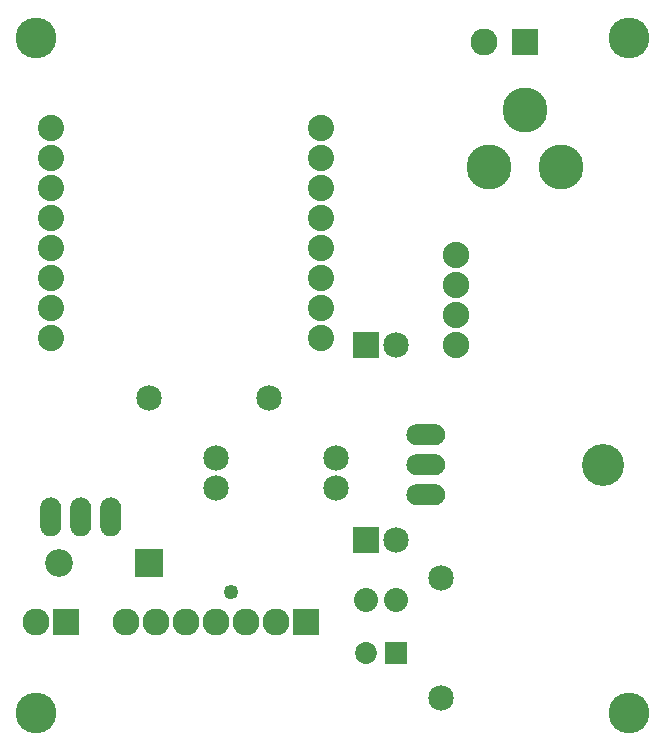
<source format=gts>
G04 MADE WITH FRITZING*
G04 WWW.FRITZING.ORG*
G04 DOUBLE SIDED*
G04 HOLES PLATED*
G04 CONTOUR ON CENTER OF CONTOUR VECTOR*
%ASAXBY*%
%FSLAX23Y23*%
%MOIN*%
%OFA0B0*%
%SFA1.0B1.0*%
%ADD10C,0.087778*%
%ADD11C,0.085000*%
%ADD12C,0.090000*%
%ADD13C,0.150000*%
%ADD14C,0.070000*%
%ADD15C,0.140000*%
%ADD16C,0.072992*%
%ADD17C,0.080000*%
%ADD18C,0.092000*%
%ADD19C,0.049370*%
%ADD20C,0.088000*%
%ADD21C,0.135984*%
%ADD22R,0.090000X0.090000*%
%ADD23R,0.085000X0.085000*%
%ADD24R,0.072992X0.072992*%
%ADD25R,0.092000X0.092000*%
%ADD26R,0.001000X0.001000*%
%LNMASK1*%
G90*
G70*
G54D10*
X150Y2051D03*
X150Y1951D03*
X150Y1851D03*
X150Y1751D03*
X150Y1651D03*
X150Y1551D03*
X150Y1451D03*
X150Y1351D03*
X1050Y1351D03*
X1050Y1451D03*
X1050Y1551D03*
X1050Y1651D03*
X1050Y1751D03*
X1050Y1851D03*
X1050Y1951D03*
X1050Y2051D03*
G54D11*
X1100Y951D03*
X700Y951D03*
X1100Y851D03*
X700Y851D03*
G54D12*
X999Y402D03*
X899Y402D03*
X799Y402D03*
X699Y402D03*
X599Y402D03*
X499Y402D03*
X399Y402D03*
G54D13*
X1610Y1921D03*
X1850Y1921D03*
X1730Y2111D03*
G54D14*
X1400Y1026D03*
X1400Y926D03*
X1400Y826D03*
G54D15*
X1990Y926D03*
G54D14*
X1400Y1026D03*
X1400Y926D03*
X1400Y826D03*
G54D15*
X1990Y926D03*
G54D11*
X1200Y1326D03*
X1300Y1326D03*
X1200Y676D03*
X1300Y676D03*
X1450Y551D03*
X1450Y151D03*
G54D16*
X1298Y301D03*
X1200Y301D03*
G54D17*
X1200Y476D03*
X1300Y476D03*
G54D14*
X149Y752D03*
X249Y752D03*
X349Y752D03*
X149Y752D03*
X249Y752D03*
X349Y752D03*
G54D11*
X475Y1151D03*
X875Y1151D03*
G54D18*
X475Y601D03*
X177Y601D03*
G54D19*
X749Y502D03*
G54D12*
X199Y402D03*
X99Y402D03*
G54D20*
X1500Y1326D03*
X1500Y1426D03*
X1500Y1526D03*
X1500Y1626D03*
G54D12*
X1730Y2336D03*
X1592Y2336D03*
G54D21*
X2075Y2351D03*
X2075Y101D03*
X100Y2351D03*
X100Y101D03*
G54D22*
X999Y402D03*
G54D23*
X1200Y1326D03*
X1200Y676D03*
G54D24*
X1298Y301D03*
G54D25*
X476Y601D03*
G54D22*
X199Y402D03*
X1730Y2336D03*
G54D26*
X1364Y1062D02*
X1434Y1062D01*
X1359Y1061D02*
X1438Y1061D01*
X1357Y1060D02*
X1441Y1060D01*
X1354Y1059D02*
X1443Y1059D01*
X1352Y1058D02*
X1445Y1058D01*
X1351Y1057D02*
X1447Y1057D01*
X1349Y1056D02*
X1448Y1056D01*
X1348Y1055D02*
X1450Y1055D01*
X1346Y1054D02*
X1451Y1054D01*
X1345Y1053D02*
X1452Y1053D01*
X1344Y1052D02*
X1453Y1052D01*
X1343Y1051D02*
X1454Y1051D01*
X1342Y1050D02*
X1455Y1050D01*
X1342Y1049D02*
X1456Y1049D01*
X1341Y1048D02*
X1456Y1048D01*
X1340Y1047D02*
X1457Y1047D01*
X1340Y1046D02*
X1458Y1046D01*
X1339Y1045D02*
X1458Y1045D01*
X1338Y1044D02*
X1459Y1044D01*
X1338Y1043D02*
X1459Y1043D01*
X1337Y1042D02*
X1394Y1042D01*
X1403Y1042D02*
X1460Y1042D01*
X1337Y1041D02*
X1392Y1041D01*
X1406Y1041D02*
X1460Y1041D01*
X1337Y1040D02*
X1390Y1040D01*
X1407Y1040D02*
X1461Y1040D01*
X1336Y1039D02*
X1389Y1039D01*
X1409Y1039D02*
X1461Y1039D01*
X1336Y1038D02*
X1388Y1038D01*
X1410Y1038D02*
X1461Y1038D01*
X1336Y1037D02*
X1387Y1037D01*
X1411Y1037D02*
X1462Y1037D01*
X1335Y1036D02*
X1386Y1036D01*
X1412Y1036D02*
X1462Y1036D01*
X1335Y1035D02*
X1385Y1035D01*
X1412Y1035D02*
X1462Y1035D01*
X1335Y1034D02*
X1385Y1034D01*
X1413Y1034D02*
X1462Y1034D01*
X1335Y1033D02*
X1384Y1033D01*
X1413Y1033D02*
X1463Y1033D01*
X1335Y1032D02*
X1384Y1032D01*
X1413Y1032D02*
X1463Y1032D01*
X1334Y1031D02*
X1384Y1031D01*
X1414Y1031D02*
X1463Y1031D01*
X1334Y1030D02*
X1383Y1030D01*
X1414Y1030D02*
X1463Y1030D01*
X1334Y1029D02*
X1383Y1029D01*
X1414Y1029D02*
X1463Y1029D01*
X1334Y1028D02*
X1383Y1028D01*
X1414Y1028D02*
X1463Y1028D01*
X1334Y1027D02*
X1383Y1027D01*
X1414Y1027D02*
X1463Y1027D01*
X1334Y1026D02*
X1383Y1026D01*
X1414Y1026D02*
X1463Y1026D01*
X1334Y1025D02*
X1383Y1025D01*
X1414Y1025D02*
X1463Y1025D01*
X1334Y1024D02*
X1384Y1024D01*
X1414Y1024D02*
X1463Y1024D01*
X1335Y1023D02*
X1384Y1023D01*
X1413Y1023D02*
X1463Y1023D01*
X1335Y1022D02*
X1384Y1022D01*
X1413Y1022D02*
X1463Y1022D01*
X1335Y1021D02*
X1385Y1021D01*
X1413Y1021D02*
X1462Y1021D01*
X1335Y1020D02*
X1385Y1020D01*
X1412Y1020D02*
X1462Y1020D01*
X1335Y1019D02*
X1386Y1019D01*
X1412Y1019D02*
X1462Y1019D01*
X1336Y1018D02*
X1387Y1018D01*
X1411Y1018D02*
X1462Y1018D01*
X1336Y1017D02*
X1388Y1017D01*
X1410Y1017D02*
X1461Y1017D01*
X1336Y1016D02*
X1389Y1016D01*
X1409Y1016D02*
X1461Y1016D01*
X1337Y1015D02*
X1390Y1015D01*
X1408Y1015D02*
X1461Y1015D01*
X1337Y1014D02*
X1392Y1014D01*
X1406Y1014D02*
X1460Y1014D01*
X1337Y1013D02*
X1394Y1013D01*
X1403Y1013D02*
X1460Y1013D01*
X1338Y1012D02*
X1459Y1012D01*
X1338Y1011D02*
X1459Y1011D01*
X1339Y1010D02*
X1458Y1010D01*
X1340Y1009D02*
X1458Y1009D01*
X1340Y1008D02*
X1457Y1008D01*
X1341Y1007D02*
X1456Y1007D01*
X1342Y1006D02*
X1456Y1006D01*
X1342Y1005D02*
X1455Y1005D01*
X1343Y1004D02*
X1454Y1004D01*
X1344Y1003D02*
X1453Y1003D01*
X1345Y1002D02*
X1452Y1002D01*
X1346Y1001D02*
X1451Y1001D01*
X1348Y1000D02*
X1450Y1000D01*
X1349Y999D02*
X1448Y999D01*
X1351Y998D02*
X1447Y998D01*
X1352Y997D02*
X1445Y997D01*
X1354Y996D02*
X1443Y996D01*
X1357Y995D02*
X1441Y995D01*
X1359Y994D02*
X1438Y994D01*
X1364Y993D02*
X1434Y993D01*
X1364Y962D02*
X1434Y962D01*
X1359Y961D02*
X1438Y961D01*
X1356Y960D02*
X1441Y960D01*
X1354Y959D02*
X1443Y959D01*
X1352Y958D02*
X1445Y958D01*
X1351Y957D02*
X1447Y957D01*
X1349Y956D02*
X1448Y956D01*
X1348Y955D02*
X1450Y955D01*
X1346Y954D02*
X1451Y954D01*
X1345Y953D02*
X1452Y953D01*
X1344Y952D02*
X1453Y952D01*
X1343Y951D02*
X1454Y951D01*
X1342Y950D02*
X1455Y950D01*
X1342Y949D02*
X1456Y949D01*
X1341Y948D02*
X1456Y948D01*
X1340Y947D02*
X1457Y947D01*
X1340Y946D02*
X1458Y946D01*
X1339Y945D02*
X1458Y945D01*
X1338Y944D02*
X1459Y944D01*
X1338Y943D02*
X1459Y943D01*
X1337Y942D02*
X1394Y942D01*
X1403Y942D02*
X1460Y942D01*
X1337Y941D02*
X1392Y941D01*
X1406Y941D02*
X1460Y941D01*
X1337Y940D02*
X1390Y940D01*
X1408Y940D02*
X1461Y940D01*
X1336Y939D02*
X1389Y939D01*
X1409Y939D02*
X1461Y939D01*
X1336Y938D02*
X1387Y938D01*
X1410Y938D02*
X1461Y938D01*
X1336Y937D02*
X1387Y937D01*
X1411Y937D02*
X1462Y937D01*
X1335Y936D02*
X1386Y936D01*
X1412Y936D02*
X1462Y936D01*
X1335Y935D02*
X1385Y935D01*
X1412Y935D02*
X1462Y935D01*
X1335Y934D02*
X1385Y934D01*
X1413Y934D02*
X1462Y934D01*
X1335Y933D02*
X1384Y933D01*
X1413Y933D02*
X1463Y933D01*
X1335Y932D02*
X1384Y932D01*
X1414Y932D02*
X1463Y932D01*
X1334Y931D02*
X1384Y931D01*
X1414Y931D02*
X1463Y931D01*
X1334Y930D02*
X1383Y930D01*
X1414Y930D02*
X1463Y930D01*
X1334Y929D02*
X1383Y929D01*
X1414Y929D02*
X1463Y929D01*
X1334Y928D02*
X1383Y928D01*
X1414Y928D02*
X1463Y928D01*
X1334Y927D02*
X1383Y927D01*
X1414Y927D02*
X1463Y927D01*
X1334Y926D02*
X1383Y926D01*
X1414Y926D02*
X1463Y926D01*
X1334Y925D02*
X1383Y925D01*
X1414Y925D02*
X1463Y925D01*
X1334Y924D02*
X1384Y924D01*
X1414Y924D02*
X1463Y924D01*
X1335Y923D02*
X1384Y923D01*
X1413Y923D02*
X1463Y923D01*
X1335Y922D02*
X1384Y922D01*
X1413Y922D02*
X1463Y922D01*
X1335Y921D02*
X1385Y921D01*
X1413Y921D02*
X1462Y921D01*
X1335Y920D02*
X1385Y920D01*
X1412Y920D02*
X1462Y920D01*
X1335Y919D02*
X1386Y919D01*
X1412Y919D02*
X1462Y919D01*
X1336Y918D02*
X1387Y918D01*
X1411Y918D02*
X1462Y918D01*
X1336Y917D02*
X1388Y917D01*
X1410Y917D02*
X1461Y917D01*
X1336Y916D02*
X1389Y916D01*
X1409Y916D02*
X1461Y916D01*
X1337Y915D02*
X1390Y915D01*
X1407Y915D02*
X1461Y915D01*
X1337Y914D02*
X1392Y914D01*
X1406Y914D02*
X1460Y914D01*
X1337Y913D02*
X1394Y913D01*
X1403Y913D02*
X1460Y913D01*
X1338Y912D02*
X1459Y912D01*
X1338Y911D02*
X1459Y911D01*
X1339Y910D02*
X1458Y910D01*
X1340Y909D02*
X1458Y909D01*
X1340Y908D02*
X1457Y908D01*
X1341Y907D02*
X1456Y907D01*
X1342Y906D02*
X1456Y906D01*
X1342Y905D02*
X1455Y905D01*
X1343Y904D02*
X1454Y904D01*
X1344Y903D02*
X1453Y903D01*
X1345Y902D02*
X1452Y902D01*
X1346Y901D02*
X1451Y901D01*
X1348Y900D02*
X1450Y900D01*
X1349Y899D02*
X1448Y899D01*
X1351Y898D02*
X1447Y898D01*
X1352Y897D02*
X1445Y897D01*
X1354Y896D02*
X1443Y896D01*
X1357Y895D02*
X1441Y895D01*
X1360Y894D02*
X1438Y894D01*
X1364Y893D02*
X1433Y893D01*
X1363Y862D02*
X1434Y862D01*
X1359Y861D02*
X1438Y861D01*
X1356Y860D02*
X1441Y860D01*
X1354Y859D02*
X1443Y859D01*
X1352Y858D02*
X1445Y858D01*
X1350Y857D02*
X1447Y857D01*
X1349Y856D02*
X1448Y856D01*
X1348Y855D02*
X1450Y855D01*
X1346Y854D02*
X1451Y854D01*
X1345Y853D02*
X1452Y853D01*
X1344Y852D02*
X1453Y852D01*
X1343Y851D02*
X1454Y851D01*
X1342Y850D02*
X1455Y850D01*
X1342Y849D02*
X1456Y849D01*
X1341Y848D02*
X1456Y848D01*
X1340Y847D02*
X1457Y847D01*
X1340Y846D02*
X1458Y846D01*
X1339Y845D02*
X1458Y845D01*
X1338Y844D02*
X1459Y844D01*
X1338Y843D02*
X1459Y843D01*
X1337Y842D02*
X1394Y842D01*
X1403Y842D02*
X1460Y842D01*
X1337Y841D02*
X1391Y841D01*
X1406Y841D02*
X1460Y841D01*
X1337Y840D02*
X1390Y840D01*
X1408Y840D02*
X1461Y840D01*
X1336Y839D02*
X1389Y839D01*
X1409Y839D02*
X1461Y839D01*
X1336Y838D02*
X1387Y838D01*
X1410Y838D02*
X1461Y838D01*
X1336Y837D02*
X1387Y837D01*
X1411Y837D02*
X1462Y837D01*
X1335Y836D02*
X1386Y836D01*
X1412Y836D02*
X1462Y836D01*
X1335Y835D02*
X1385Y835D01*
X1412Y835D02*
X1462Y835D01*
X1335Y834D02*
X1385Y834D01*
X1413Y834D02*
X1462Y834D01*
X1335Y833D02*
X1384Y833D01*
X1413Y833D02*
X1463Y833D01*
X1335Y832D02*
X1384Y832D01*
X1414Y832D02*
X1463Y832D01*
X1334Y831D02*
X1384Y831D01*
X1414Y831D02*
X1463Y831D01*
X1334Y830D02*
X1383Y830D01*
X1414Y830D02*
X1463Y830D01*
X1334Y829D02*
X1383Y829D01*
X1414Y829D02*
X1463Y829D01*
X1334Y828D02*
X1383Y828D01*
X1414Y828D02*
X1463Y828D01*
X1334Y827D02*
X1383Y827D01*
X1414Y827D02*
X1463Y827D01*
X1334Y826D02*
X1383Y826D01*
X1414Y826D02*
X1463Y826D01*
X1334Y825D02*
X1383Y825D01*
X1414Y825D02*
X1463Y825D01*
X1334Y824D02*
X1384Y824D01*
X1414Y824D02*
X1463Y824D01*
X1335Y823D02*
X1384Y823D01*
X1413Y823D02*
X1463Y823D01*
X1335Y822D02*
X1384Y822D01*
X1413Y822D02*
X1463Y822D01*
X1335Y821D02*
X1385Y821D01*
X1413Y821D02*
X1462Y821D01*
X1335Y820D02*
X1385Y820D01*
X1412Y820D02*
X1462Y820D01*
X1335Y819D02*
X1386Y819D01*
X1412Y819D02*
X1462Y819D01*
X145Y818D02*
X152Y818D01*
X245Y818D02*
X252Y818D01*
X345Y818D02*
X352Y818D01*
X1336Y818D02*
X1387Y818D01*
X1411Y818D02*
X1462Y818D01*
X140Y817D02*
X157Y817D01*
X240Y817D02*
X257Y817D01*
X340Y817D02*
X357Y817D01*
X1336Y817D02*
X1388Y817D01*
X1410Y817D02*
X1461Y817D01*
X137Y816D02*
X160Y816D01*
X237Y816D02*
X260Y816D01*
X337Y816D02*
X360Y816D01*
X1336Y816D02*
X1389Y816D01*
X1409Y816D02*
X1461Y816D01*
X134Y815D02*
X162Y815D01*
X234Y815D02*
X262Y815D01*
X334Y815D02*
X362Y815D01*
X1337Y815D02*
X1390Y815D01*
X1407Y815D02*
X1461Y815D01*
X132Y814D02*
X164Y814D01*
X232Y814D02*
X264Y814D01*
X332Y814D02*
X364Y814D01*
X1337Y814D02*
X1392Y814D01*
X1406Y814D02*
X1460Y814D01*
X131Y813D02*
X166Y813D01*
X230Y813D02*
X266Y813D01*
X330Y813D02*
X366Y813D01*
X1338Y813D02*
X1394Y813D01*
X1403Y813D02*
X1460Y813D01*
X129Y812D02*
X168Y812D01*
X229Y812D02*
X268Y812D01*
X329Y812D02*
X368Y812D01*
X1338Y812D02*
X1459Y812D01*
X128Y811D02*
X169Y811D01*
X228Y811D02*
X269Y811D01*
X327Y811D02*
X369Y811D01*
X1338Y811D02*
X1459Y811D01*
X126Y810D02*
X170Y810D01*
X226Y810D02*
X270Y810D01*
X326Y810D02*
X370Y810D01*
X1339Y810D02*
X1458Y810D01*
X125Y809D02*
X172Y809D01*
X225Y809D02*
X271Y809D01*
X325Y809D02*
X371Y809D01*
X1340Y809D02*
X1458Y809D01*
X124Y808D02*
X173Y808D01*
X224Y808D02*
X273Y808D01*
X324Y808D02*
X373Y808D01*
X1340Y808D02*
X1457Y808D01*
X123Y807D02*
X174Y807D01*
X223Y807D02*
X273Y807D01*
X323Y807D02*
X373Y807D01*
X1341Y807D02*
X1456Y807D01*
X122Y806D02*
X174Y806D01*
X222Y806D02*
X274Y806D01*
X322Y806D02*
X374Y806D01*
X1342Y806D02*
X1456Y806D01*
X121Y805D02*
X175Y805D01*
X221Y805D02*
X275Y805D01*
X321Y805D02*
X375Y805D01*
X1342Y805D02*
X1455Y805D01*
X121Y804D02*
X176Y804D01*
X221Y804D02*
X276Y804D01*
X321Y804D02*
X376Y804D01*
X1343Y804D02*
X1454Y804D01*
X120Y803D02*
X177Y803D01*
X220Y803D02*
X277Y803D01*
X320Y803D02*
X377Y803D01*
X1344Y803D02*
X1453Y803D01*
X119Y802D02*
X177Y802D01*
X219Y802D02*
X277Y802D01*
X319Y802D02*
X377Y802D01*
X1345Y802D02*
X1452Y802D01*
X119Y801D02*
X178Y801D01*
X219Y801D02*
X278Y801D01*
X319Y801D02*
X378Y801D01*
X1346Y801D02*
X1451Y801D01*
X118Y800D02*
X178Y800D01*
X218Y800D02*
X278Y800D01*
X318Y800D02*
X378Y800D01*
X1348Y800D02*
X1450Y800D01*
X118Y799D02*
X179Y799D01*
X218Y799D02*
X279Y799D01*
X318Y799D02*
X379Y799D01*
X1349Y799D02*
X1448Y799D01*
X117Y798D02*
X179Y798D01*
X217Y798D02*
X279Y798D01*
X317Y798D02*
X379Y798D01*
X1351Y798D02*
X1447Y798D01*
X117Y797D02*
X180Y797D01*
X217Y797D02*
X280Y797D01*
X317Y797D02*
X380Y797D01*
X1352Y797D02*
X1445Y797D01*
X116Y796D02*
X180Y796D01*
X216Y796D02*
X280Y796D01*
X316Y796D02*
X380Y796D01*
X1354Y796D02*
X1443Y796D01*
X116Y795D02*
X181Y795D01*
X216Y795D02*
X281Y795D01*
X316Y795D02*
X381Y795D01*
X1357Y795D02*
X1441Y795D01*
X116Y794D02*
X181Y794D01*
X216Y794D02*
X281Y794D01*
X316Y794D02*
X381Y794D01*
X1360Y794D02*
X1438Y794D01*
X115Y793D02*
X181Y793D01*
X215Y793D02*
X281Y793D01*
X315Y793D02*
X381Y793D01*
X1364Y793D02*
X1433Y793D01*
X115Y792D02*
X182Y792D01*
X215Y792D02*
X282Y792D01*
X315Y792D02*
X382Y792D01*
X115Y791D02*
X182Y791D01*
X215Y791D02*
X282Y791D01*
X315Y791D02*
X382Y791D01*
X115Y790D02*
X182Y790D01*
X215Y790D02*
X282Y790D01*
X314Y790D02*
X382Y790D01*
X114Y789D02*
X182Y789D01*
X214Y789D02*
X282Y789D01*
X314Y789D02*
X382Y789D01*
X114Y788D02*
X182Y788D01*
X214Y788D02*
X282Y788D01*
X314Y788D02*
X382Y788D01*
X114Y787D02*
X183Y787D01*
X214Y787D02*
X283Y787D01*
X314Y787D02*
X383Y787D01*
X114Y786D02*
X183Y786D01*
X214Y786D02*
X283Y786D01*
X314Y786D02*
X383Y786D01*
X114Y785D02*
X183Y785D01*
X214Y785D02*
X283Y785D01*
X314Y785D02*
X383Y785D01*
X114Y784D02*
X183Y784D01*
X214Y784D02*
X283Y784D01*
X314Y784D02*
X383Y784D01*
X114Y783D02*
X183Y783D01*
X214Y783D02*
X283Y783D01*
X314Y783D02*
X383Y783D01*
X114Y782D02*
X183Y782D01*
X214Y782D02*
X283Y782D01*
X314Y782D02*
X383Y782D01*
X114Y781D02*
X183Y781D01*
X214Y781D02*
X283Y781D01*
X314Y781D02*
X383Y781D01*
X114Y780D02*
X183Y780D01*
X214Y780D02*
X283Y780D01*
X314Y780D02*
X383Y780D01*
X114Y779D02*
X183Y779D01*
X214Y779D02*
X283Y779D01*
X314Y779D02*
X383Y779D01*
X114Y778D02*
X183Y778D01*
X214Y778D02*
X283Y778D01*
X314Y778D02*
X383Y778D01*
X114Y777D02*
X183Y777D01*
X214Y777D02*
X283Y777D01*
X314Y777D02*
X383Y777D01*
X114Y776D02*
X183Y776D01*
X214Y776D02*
X283Y776D01*
X314Y776D02*
X383Y776D01*
X114Y775D02*
X183Y775D01*
X214Y775D02*
X283Y775D01*
X314Y775D02*
X383Y775D01*
X114Y774D02*
X183Y774D01*
X214Y774D02*
X283Y774D01*
X314Y774D02*
X383Y774D01*
X114Y773D02*
X183Y773D01*
X214Y773D02*
X283Y773D01*
X314Y773D02*
X383Y773D01*
X114Y772D02*
X183Y772D01*
X214Y772D02*
X283Y772D01*
X314Y772D02*
X383Y772D01*
X114Y771D02*
X183Y771D01*
X214Y771D02*
X283Y771D01*
X314Y771D02*
X383Y771D01*
X114Y770D02*
X183Y770D01*
X214Y770D02*
X283Y770D01*
X314Y770D02*
X383Y770D01*
X114Y769D02*
X183Y769D01*
X214Y769D02*
X283Y769D01*
X314Y769D02*
X383Y769D01*
X114Y768D02*
X145Y768D01*
X152Y768D02*
X183Y768D01*
X214Y768D02*
X245Y768D01*
X252Y768D02*
X283Y768D01*
X314Y768D02*
X345Y768D01*
X352Y768D02*
X383Y768D01*
X114Y767D02*
X142Y767D01*
X155Y767D02*
X183Y767D01*
X214Y767D02*
X242Y767D01*
X255Y767D02*
X283Y767D01*
X314Y767D02*
X342Y767D01*
X355Y767D02*
X383Y767D01*
X114Y766D02*
X140Y766D01*
X157Y766D02*
X183Y766D01*
X214Y766D02*
X240Y766D01*
X257Y766D02*
X283Y766D01*
X314Y766D02*
X340Y766D01*
X357Y766D02*
X383Y766D01*
X114Y765D02*
X139Y765D01*
X158Y765D02*
X183Y765D01*
X214Y765D02*
X238Y765D01*
X258Y765D02*
X283Y765D01*
X314Y765D02*
X338Y765D01*
X358Y765D02*
X383Y765D01*
X114Y764D02*
X137Y764D01*
X159Y764D02*
X183Y764D01*
X214Y764D02*
X237Y764D01*
X259Y764D02*
X283Y764D01*
X314Y764D02*
X337Y764D01*
X359Y764D02*
X383Y764D01*
X114Y763D02*
X136Y763D01*
X160Y763D02*
X183Y763D01*
X214Y763D02*
X236Y763D01*
X260Y763D02*
X283Y763D01*
X314Y763D02*
X336Y763D01*
X360Y763D02*
X383Y763D01*
X114Y762D02*
X136Y762D01*
X161Y762D02*
X183Y762D01*
X214Y762D02*
X236Y762D01*
X261Y762D02*
X283Y762D01*
X314Y762D02*
X336Y762D01*
X361Y762D02*
X383Y762D01*
X114Y761D02*
X135Y761D01*
X162Y761D02*
X183Y761D01*
X214Y761D02*
X235Y761D01*
X262Y761D02*
X283Y761D01*
X314Y761D02*
X335Y761D01*
X362Y761D02*
X383Y761D01*
X114Y760D02*
X134Y760D01*
X162Y760D02*
X183Y760D01*
X214Y760D02*
X234Y760D01*
X262Y760D02*
X283Y760D01*
X314Y760D02*
X334Y760D01*
X362Y760D02*
X383Y760D01*
X114Y759D02*
X134Y759D01*
X163Y759D02*
X183Y759D01*
X214Y759D02*
X234Y759D01*
X263Y759D02*
X283Y759D01*
X314Y759D02*
X334Y759D01*
X363Y759D02*
X383Y759D01*
X114Y758D02*
X134Y758D01*
X163Y758D02*
X183Y758D01*
X214Y758D02*
X234Y758D01*
X263Y758D02*
X283Y758D01*
X314Y758D02*
X333Y758D01*
X363Y758D02*
X383Y758D01*
X114Y757D02*
X133Y757D01*
X163Y757D02*
X183Y757D01*
X214Y757D02*
X233Y757D01*
X263Y757D02*
X283Y757D01*
X314Y757D02*
X333Y757D01*
X363Y757D02*
X383Y757D01*
X114Y756D02*
X133Y756D01*
X164Y756D02*
X183Y756D01*
X214Y756D02*
X233Y756D01*
X264Y756D02*
X283Y756D01*
X314Y756D02*
X333Y756D01*
X364Y756D02*
X383Y756D01*
X114Y755D02*
X133Y755D01*
X164Y755D02*
X183Y755D01*
X214Y755D02*
X233Y755D01*
X264Y755D02*
X283Y755D01*
X314Y755D02*
X333Y755D01*
X364Y755D02*
X383Y755D01*
X114Y754D02*
X133Y754D01*
X164Y754D02*
X183Y754D01*
X214Y754D02*
X233Y754D01*
X264Y754D02*
X283Y754D01*
X314Y754D02*
X333Y754D01*
X364Y754D02*
X383Y754D01*
X114Y753D02*
X133Y753D01*
X164Y753D02*
X183Y753D01*
X214Y753D02*
X233Y753D01*
X264Y753D02*
X283Y753D01*
X314Y753D02*
X333Y753D01*
X364Y753D02*
X383Y753D01*
X114Y752D02*
X133Y752D01*
X164Y752D02*
X183Y752D01*
X214Y752D02*
X233Y752D01*
X264Y752D02*
X283Y752D01*
X314Y752D02*
X333Y752D01*
X364Y752D02*
X383Y752D01*
X114Y751D02*
X133Y751D01*
X164Y751D02*
X183Y751D01*
X214Y751D02*
X233Y751D01*
X264Y751D02*
X283Y751D01*
X314Y751D02*
X333Y751D01*
X364Y751D02*
X383Y751D01*
X114Y750D02*
X133Y750D01*
X163Y750D02*
X183Y750D01*
X214Y750D02*
X233Y750D01*
X263Y750D02*
X283Y750D01*
X314Y750D02*
X333Y750D01*
X363Y750D02*
X383Y750D01*
X114Y749D02*
X133Y749D01*
X163Y749D02*
X183Y749D01*
X214Y749D02*
X233Y749D01*
X263Y749D02*
X283Y749D01*
X314Y749D02*
X333Y749D01*
X363Y749D02*
X383Y749D01*
X114Y748D02*
X134Y748D01*
X163Y748D02*
X183Y748D01*
X214Y748D02*
X234Y748D01*
X263Y748D02*
X283Y748D01*
X314Y748D02*
X334Y748D01*
X363Y748D02*
X383Y748D01*
X114Y747D02*
X134Y747D01*
X162Y747D02*
X183Y747D01*
X214Y747D02*
X234Y747D01*
X262Y747D02*
X283Y747D01*
X314Y747D02*
X334Y747D01*
X362Y747D02*
X383Y747D01*
X114Y746D02*
X135Y746D01*
X162Y746D02*
X183Y746D01*
X214Y746D02*
X235Y746D01*
X262Y746D02*
X283Y746D01*
X314Y746D02*
X335Y746D01*
X362Y746D02*
X383Y746D01*
X114Y745D02*
X135Y745D01*
X161Y745D02*
X183Y745D01*
X214Y745D02*
X235Y745D01*
X261Y745D02*
X283Y745D01*
X314Y745D02*
X335Y745D01*
X361Y745D02*
X383Y745D01*
X114Y744D02*
X136Y744D01*
X161Y744D02*
X183Y744D01*
X214Y744D02*
X236Y744D01*
X261Y744D02*
X283Y744D01*
X314Y744D02*
X336Y744D01*
X360Y744D02*
X383Y744D01*
X114Y743D02*
X137Y743D01*
X160Y743D02*
X183Y743D01*
X214Y743D02*
X237Y743D01*
X260Y743D02*
X283Y743D01*
X314Y743D02*
X337Y743D01*
X360Y743D02*
X383Y743D01*
X114Y742D02*
X138Y742D01*
X159Y742D02*
X183Y742D01*
X214Y742D02*
X238Y742D01*
X259Y742D02*
X283Y742D01*
X314Y742D02*
X338Y742D01*
X359Y742D02*
X383Y742D01*
X114Y741D02*
X139Y741D01*
X157Y741D02*
X183Y741D01*
X214Y741D02*
X239Y741D01*
X257Y741D02*
X283Y741D01*
X314Y741D02*
X339Y741D01*
X357Y741D02*
X383Y741D01*
X114Y740D02*
X141Y740D01*
X156Y740D02*
X183Y740D01*
X214Y740D02*
X241Y740D01*
X256Y740D02*
X283Y740D01*
X314Y740D02*
X341Y740D01*
X356Y740D02*
X383Y740D01*
X114Y739D02*
X143Y739D01*
X153Y739D02*
X183Y739D01*
X214Y739D02*
X243Y739D01*
X253Y739D02*
X283Y739D01*
X314Y739D02*
X343Y739D01*
X353Y739D02*
X383Y739D01*
X114Y738D02*
X183Y738D01*
X214Y738D02*
X283Y738D01*
X314Y738D02*
X383Y738D01*
X114Y737D02*
X183Y737D01*
X214Y737D02*
X283Y737D01*
X314Y737D02*
X383Y737D01*
X114Y736D02*
X183Y736D01*
X214Y736D02*
X283Y736D01*
X314Y736D02*
X383Y736D01*
X114Y735D02*
X183Y735D01*
X214Y735D02*
X283Y735D01*
X314Y735D02*
X383Y735D01*
X114Y734D02*
X183Y734D01*
X214Y734D02*
X283Y734D01*
X314Y734D02*
X383Y734D01*
X114Y733D02*
X183Y733D01*
X214Y733D02*
X283Y733D01*
X314Y733D02*
X383Y733D01*
X114Y732D02*
X183Y732D01*
X214Y732D02*
X283Y732D01*
X314Y732D02*
X383Y732D01*
X114Y731D02*
X183Y731D01*
X214Y731D02*
X283Y731D01*
X314Y731D02*
X383Y731D01*
X114Y730D02*
X183Y730D01*
X214Y730D02*
X283Y730D01*
X314Y730D02*
X383Y730D01*
X114Y729D02*
X183Y729D01*
X214Y729D02*
X283Y729D01*
X314Y729D02*
X383Y729D01*
X114Y728D02*
X183Y728D01*
X214Y728D02*
X283Y728D01*
X314Y728D02*
X383Y728D01*
X114Y727D02*
X183Y727D01*
X214Y727D02*
X283Y727D01*
X314Y727D02*
X383Y727D01*
X114Y726D02*
X183Y726D01*
X214Y726D02*
X283Y726D01*
X314Y726D02*
X383Y726D01*
X114Y725D02*
X183Y725D01*
X214Y725D02*
X283Y725D01*
X314Y725D02*
X383Y725D01*
X114Y724D02*
X183Y724D01*
X214Y724D02*
X283Y724D01*
X314Y724D02*
X383Y724D01*
X114Y723D02*
X183Y723D01*
X214Y723D02*
X283Y723D01*
X314Y723D02*
X383Y723D01*
X114Y722D02*
X183Y722D01*
X214Y722D02*
X283Y722D01*
X314Y722D02*
X383Y722D01*
X114Y721D02*
X183Y721D01*
X214Y721D02*
X283Y721D01*
X314Y721D02*
X383Y721D01*
X114Y720D02*
X183Y720D01*
X214Y720D02*
X283Y720D01*
X314Y720D02*
X383Y720D01*
X114Y719D02*
X183Y719D01*
X214Y719D02*
X282Y719D01*
X314Y719D02*
X382Y719D01*
X114Y718D02*
X182Y718D01*
X214Y718D02*
X282Y718D01*
X314Y718D02*
X382Y718D01*
X114Y717D02*
X182Y717D01*
X214Y717D02*
X282Y717D01*
X314Y717D02*
X382Y717D01*
X115Y716D02*
X182Y716D01*
X215Y716D02*
X282Y716D01*
X315Y716D02*
X382Y716D01*
X115Y715D02*
X182Y715D01*
X215Y715D02*
X282Y715D01*
X315Y715D02*
X382Y715D01*
X115Y714D02*
X181Y714D01*
X215Y714D02*
X281Y714D01*
X315Y714D02*
X381Y714D01*
X116Y713D02*
X181Y713D01*
X215Y713D02*
X281Y713D01*
X315Y713D02*
X381Y713D01*
X116Y712D02*
X181Y712D01*
X216Y712D02*
X281Y712D01*
X316Y712D02*
X381Y712D01*
X116Y711D02*
X180Y711D01*
X216Y711D02*
X280Y711D01*
X316Y711D02*
X380Y711D01*
X117Y710D02*
X180Y710D01*
X217Y710D02*
X280Y710D01*
X317Y710D02*
X380Y710D01*
X117Y709D02*
X180Y709D01*
X217Y709D02*
X280Y709D01*
X317Y709D02*
X380Y709D01*
X118Y708D02*
X179Y708D01*
X217Y708D02*
X279Y708D01*
X317Y708D02*
X379Y708D01*
X118Y707D02*
X179Y707D01*
X218Y707D02*
X279Y707D01*
X318Y707D02*
X379Y707D01*
X119Y706D02*
X178Y706D01*
X219Y706D02*
X278Y706D01*
X318Y706D02*
X378Y706D01*
X119Y705D02*
X178Y705D01*
X219Y705D02*
X277Y705D01*
X319Y705D02*
X377Y705D01*
X120Y704D02*
X177Y704D01*
X220Y704D02*
X277Y704D01*
X320Y704D02*
X377Y704D01*
X120Y703D02*
X176Y703D01*
X220Y703D02*
X276Y703D01*
X320Y703D02*
X376Y703D01*
X121Y702D02*
X176Y702D01*
X221Y702D02*
X275Y702D01*
X321Y702D02*
X375Y702D01*
X122Y701D02*
X175Y701D01*
X222Y701D02*
X275Y701D01*
X322Y701D02*
X375Y701D01*
X123Y700D02*
X174Y700D01*
X223Y700D02*
X274Y700D01*
X323Y700D02*
X374Y700D01*
X124Y699D02*
X173Y699D01*
X224Y699D02*
X273Y699D01*
X324Y699D02*
X373Y699D01*
X125Y698D02*
X172Y698D01*
X225Y698D02*
X272Y698D01*
X325Y698D02*
X372Y698D01*
X126Y697D02*
X171Y697D01*
X226Y697D02*
X271Y697D01*
X326Y697D02*
X371Y697D01*
X127Y696D02*
X170Y696D01*
X227Y696D02*
X270Y696D01*
X327Y696D02*
X370Y696D01*
X128Y695D02*
X168Y695D01*
X228Y695D02*
X268Y695D01*
X328Y695D02*
X368Y695D01*
X130Y694D02*
X167Y694D01*
X230Y694D02*
X267Y694D01*
X330Y694D02*
X367Y694D01*
X132Y693D02*
X165Y693D01*
X232Y693D02*
X265Y693D01*
X331Y693D02*
X365Y693D01*
X134Y692D02*
X163Y692D01*
X233Y692D02*
X263Y692D01*
X333Y692D02*
X363Y692D01*
X136Y691D02*
X161Y691D01*
X236Y691D02*
X261Y691D01*
X336Y691D02*
X361Y691D01*
X138Y690D02*
X158Y690D01*
X238Y690D02*
X258Y690D01*
X338Y690D02*
X358Y690D01*
X142Y689D02*
X154Y689D01*
X242Y689D02*
X254Y689D01*
X342Y689D02*
X354Y689D01*
D02*
G04 End of Mask1*
M02*
</source>
